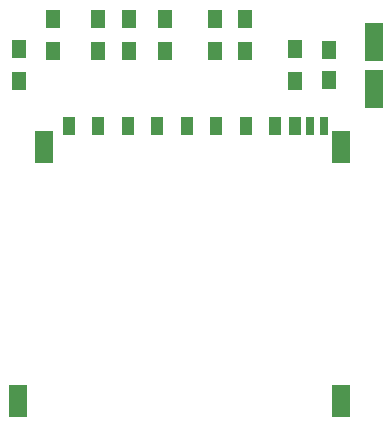
<source format=gbr>
G04 #@! TF.FileFunction,Paste,Bot*
%FSLAX46Y46*%
G04 Gerber Fmt 4.6, Leading zero omitted, Abs format (unit mm)*
G04 Created by KiCad (PCBNEW 4.0.7-e2-6376~58~ubuntu16.04.1) date Tue Oct  2 08:21:06 2018*
%MOMM*%
%LPD*%
G01*
G04 APERTURE LIST*
%ADD10C,0.100000*%
%ADD11R,1.500000X3.200000*%
%ADD12R,1.250000X1.500000*%
%ADD13R,1.000000X1.500000*%
%ADD14R,0.700000X1.500000*%
%ADD15R,1.500000X2.800000*%
%ADD16R,1.300000X1.500000*%
G04 APERTURE END LIST*
D10*
D11*
X189230000Y-116872000D03*
X189230000Y-120872000D03*
D12*
X185420000Y-117622000D03*
X185420000Y-120122000D03*
D13*
X165845000Y-124025000D03*
X168345000Y-124025000D03*
X170845000Y-124025000D03*
X173345000Y-124025000D03*
X175845000Y-124025000D03*
X178345000Y-124025000D03*
X180775000Y-124025000D03*
X182475000Y-124025000D03*
X163345000Y-124025000D03*
D14*
X183775000Y-124025000D03*
X184975000Y-124025000D03*
D15*
X161270000Y-125825000D03*
X159070000Y-147325000D03*
X186370000Y-147325000D03*
X186370000Y-125825000D03*
D16*
X165862000Y-114946464D03*
X165862000Y-117646464D03*
X168452800Y-114956600D03*
X168452800Y-117656600D03*
X178308000Y-114946464D03*
X178308000Y-117646464D03*
X162001200Y-114931200D03*
X162001200Y-117631200D03*
X171526200Y-114956600D03*
X171526200Y-117656600D03*
X175768000Y-117646464D03*
X175768000Y-114946464D03*
X159110680Y-117522000D03*
X159110680Y-120222000D03*
X182473600Y-117522000D03*
X182473600Y-120222000D03*
M02*

</source>
